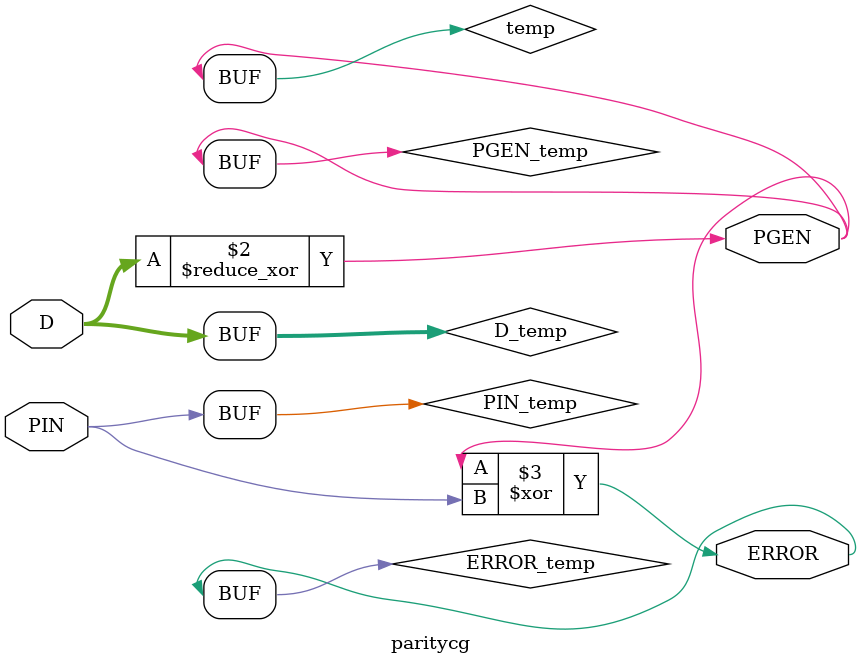
<source format=v>
module paritycg(D,PIN,ERROR,PGEN);
  parameter N = 8;
  parameter DPFLAG = 1;
  parameter GROUP = "dpath1";
  parameter
        d_D = 0,
        d_PIN_r = 0,
        d_PIN_f = 0,
        d_ERROR_r = 1,
        d_ERROR_f = 1,
        d_PGEN_r = 1,
        d_PGEN_f = 1;
  input [(N - 1):0] D;
  input  PIN;
  output  ERROR;
  output  PGEN;
  wire [(N - 1):0] D_temp;
  wire  PIN_temp;
  reg  ERROR_temp;
  reg  PGEN_temp;
  reg  temp;
  assign #(d_D) D_temp = D;
  assign #(d_PIN_r,d_PIN_f) PIN_temp = PIN;
  assign #(d_ERROR_r,d_ERROR_f) ERROR = ERROR_temp;
  assign #(d_PGEN_r,d_PGEN_f) PGEN = PGEN_temp;
  always
    @(D_temp or PIN_temp)
      begin
      temp = ( ^ D_temp);
      PGEN_temp = temp;
      ERROR_temp = (temp ^ PIN_temp);
      end
endmodule

</source>
